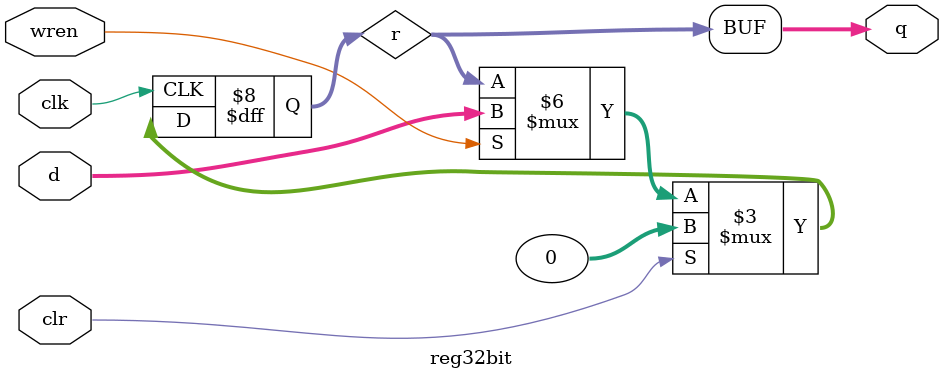
<source format=v>
module reg32bit (q, d, clr, clk, wren);
	input [31:0] d;
	input	clr, clk, wren;
	output [31:0] q;
	reg [31:0] r;
	always @(posedge clk)
	begin
		if (wren) begin
			r = d;
		end
		if (clr) begin
			r = 32'b0;
		end
	end
	assign q = r;
endmodule

</source>
